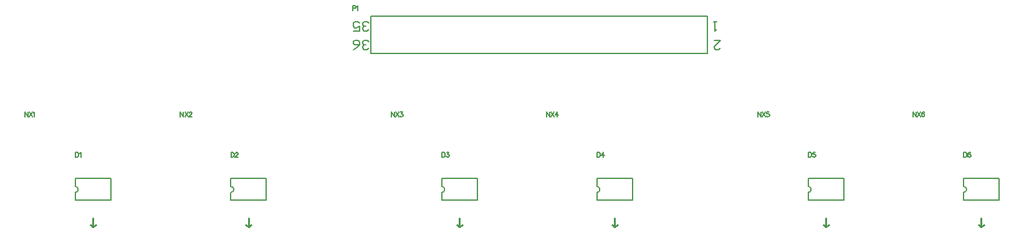
<source format=gto>
G04*
G04 #@! TF.GenerationSoftware,Altium Limited,Altium Designer,18.1.11 (251)*
G04*
G04 Layer_Color=65535*
%FSLAX25Y25*%
%MOIN*%
G70*
G01*
G75*
%ADD10C,0.00787*%
%ADD11C,0.01000*%
%ADD12C,0.00800*%
%ADD13C,0.00500*%
D10*
X161051Y251795D02*
G03*
X161051Y254945I0J1575D01*
G01*
X244243Y251795D02*
G03*
X244243Y254945I0J1575D01*
G01*
X357051Y251795D02*
G03*
X357051Y254945I0J1575D01*
G01*
X440051Y251795D02*
G03*
X440051Y254945I0J1575D01*
G01*
X553051Y251795D02*
G03*
X553051Y254945I0J1575D01*
G01*
X636107Y251795D02*
G03*
X636107Y254945I0J1575D01*
G01*
X161051Y247740D02*
X179949D01*
Y259240D01*
X161051D02*
X179949D01*
X161051Y254945D02*
Y259240D01*
Y248754D02*
Y250781D01*
Y247740D02*
Y248754D01*
Y250781D02*
Y251795D01*
X244243Y247740D02*
X263141D01*
Y259240D01*
X244243D02*
X263141D01*
X244243Y254945D02*
Y259240D01*
Y248754D02*
Y250781D01*
Y247740D02*
Y248754D01*
Y250781D02*
Y251795D01*
X357051Y247740D02*
X375949D01*
Y259240D01*
X357051D02*
X375949D01*
X357051Y254945D02*
Y259240D01*
Y248754D02*
Y250781D01*
Y247740D02*
Y248754D01*
Y250781D02*
Y251795D01*
X440051Y247740D02*
X458949D01*
Y259240D01*
X440051D02*
X458949D01*
X440051Y254945D02*
Y259240D01*
Y248754D02*
Y250781D01*
Y247740D02*
Y248754D01*
Y250781D02*
Y251795D01*
X553051Y247740D02*
X571949D01*
Y259240D01*
X553051D02*
X571949D01*
X553051Y254945D02*
Y259240D01*
Y248754D02*
Y250781D01*
Y247740D02*
Y248754D01*
Y250781D02*
Y251795D01*
X636107Y247740D02*
X655005D01*
Y259240D01*
X636107D02*
X655005D01*
X636107Y254945D02*
Y259240D01*
Y248754D02*
Y250781D01*
Y247740D02*
Y248754D01*
Y250781D02*
Y251795D01*
X319000Y346500D02*
X499000D01*
X319000Y326500D02*
X499000D01*
Y346500D01*
X319000Y326500D02*
Y346500D01*
D11*
X170500Y233500D02*
Y238000D01*
X169000Y234500D02*
X170500Y233500D01*
X169000Y234500D02*
X170500Y233500D01*
X172000Y234500D01*
X253692Y233500D02*
X255192Y234500D01*
X252192D02*
X253692Y233500D01*
X252192Y234500D02*
X253692Y233500D01*
Y238000D01*
X366500Y233500D02*
Y238000D01*
X365000Y234500D02*
X366500Y233500D01*
X365000Y234500D02*
X366500Y233500D01*
X368000Y234500D01*
X449500Y233500D02*
X451000Y234500D01*
X448000D02*
X449500Y233500D01*
X448000Y234500D02*
X449500Y233500D01*
Y238000D01*
X562500Y233500D02*
Y238000D01*
X561000Y234500D02*
X562500Y233500D01*
X561000Y234500D02*
X562500Y233500D01*
X564000Y234500D01*
X645556Y233500D02*
X647056Y234500D01*
X644056D02*
X645556Y233500D01*
X644056Y234500D02*
X645556Y233500D01*
Y238000D01*
D12*
X318000Y329335D02*
X317167Y328502D01*
X315501D01*
X314668Y329335D01*
Y330168D01*
X315501Y331001D01*
X316334D01*
X315501D01*
X314668Y331834D01*
Y332667D01*
X315501Y333500D01*
X317167D01*
X318000Y332667D01*
X309669Y328502D02*
X311335Y329335D01*
X313002Y331001D01*
Y332667D01*
X312169Y333500D01*
X310502D01*
X309669Y332667D01*
Y331834D01*
X310502Y331001D01*
X313002D01*
X318000Y339335D02*
X317167Y338502D01*
X315501D01*
X314668Y339335D01*
Y340168D01*
X315501Y341001D01*
X316334D01*
X315501D01*
X314668Y341834D01*
Y342667D01*
X315501Y343500D01*
X317167D01*
X318000Y342667D01*
X309669Y338502D02*
X313002D01*
Y341001D01*
X311335Y340168D01*
X310502D01*
X309669Y341001D01*
Y342667D01*
X310502Y343500D01*
X312169D01*
X313002Y342667D01*
X504000Y343500D02*
X502334D01*
X503167D01*
Y338502D01*
X504000Y339335D01*
X502668Y333500D02*
X506000D01*
X502668Y330168D01*
Y329335D01*
X503501Y328502D01*
X505167D01*
X506000Y329335D01*
D13*
X309400Y350590D02*
X310471D01*
X310828Y350709D01*
X310947Y350828D01*
X311066Y351066D01*
Y351423D01*
X310947Y351661D01*
X310828Y351780D01*
X310471Y351900D01*
X309400D01*
Y349400D01*
X311626Y351423D02*
X311864Y351542D01*
X312221Y351900D01*
Y349400D01*
X609106Y294950D02*
Y292450D01*
Y294950D02*
X610772Y292450D01*
Y294950D02*
Y292450D01*
X611463Y294950D02*
X613129Y292450D01*
Y294950D02*
X611463Y292450D01*
X615117Y294592D02*
X614998Y294830D01*
X614641Y294950D01*
X614402D01*
X614045Y294830D01*
X613807Y294473D01*
X613688Y293878D01*
Y293283D01*
X613807Y292807D01*
X614045Y292569D01*
X614402Y292450D01*
X614522D01*
X614879Y292569D01*
X615117Y292807D01*
X615236Y293164D01*
Y293283D01*
X615117Y293640D01*
X614879Y293878D01*
X614522Y293997D01*
X614402D01*
X614045Y293878D01*
X613807Y293640D01*
X613688Y293283D01*
X526050Y294950D02*
Y292450D01*
Y294950D02*
X527716Y292450D01*
Y294950D02*
Y292450D01*
X528407Y294950D02*
X530073Y292450D01*
Y294950D02*
X528407Y292450D01*
X532061Y294950D02*
X530870D01*
X530751Y293878D01*
X530870Y293997D01*
X531227Y294116D01*
X531585D01*
X531942Y293997D01*
X532180Y293759D01*
X532299Y293402D01*
Y293164D01*
X532180Y292807D01*
X531942Y292569D01*
X531585Y292450D01*
X531227D01*
X530870Y292569D01*
X530751Y292688D01*
X530632Y292926D01*
X413050Y294950D02*
Y292450D01*
Y294950D02*
X414716Y292450D01*
Y294950D02*
Y292450D01*
X415407Y294950D02*
X417073Y292450D01*
Y294950D02*
X415407Y292450D01*
X418823Y294950D02*
X417632Y293283D01*
X419418D01*
X418823Y294950D02*
Y292450D01*
X330050Y294950D02*
Y292450D01*
Y294950D02*
X331716Y292450D01*
Y294950D02*
Y292450D01*
X332407Y294950D02*
X334073Y292450D01*
Y294950D02*
X332407Y292450D01*
X334870Y294950D02*
X336180D01*
X335466Y293997D01*
X335823D01*
X336061Y293878D01*
X336180Y293759D01*
X336299Y293402D01*
Y293164D01*
X336180Y292807D01*
X335942Y292569D01*
X335584Y292450D01*
X335227D01*
X334870Y292569D01*
X334751Y292688D01*
X334632Y292926D01*
X217242Y294950D02*
Y292450D01*
Y294950D02*
X218908Y292450D01*
Y294950D02*
Y292450D01*
X219599Y294950D02*
X221265Y292450D01*
Y294950D02*
X219599Y292450D01*
X221943Y294354D02*
Y294473D01*
X222062Y294711D01*
X222181Y294830D01*
X222420Y294950D01*
X222896D01*
X223134Y294830D01*
X223253Y294711D01*
X223372Y294473D01*
Y294235D01*
X223253Y293997D01*
X223015Y293640D01*
X221824Y292450D01*
X223491D01*
X134050Y294950D02*
Y292450D01*
Y294950D02*
X135716Y292450D01*
Y294950D02*
Y292450D01*
X136407Y294950D02*
X138073Y292450D01*
Y294950D02*
X136407Y292450D01*
X138632Y294473D02*
X138870Y294592D01*
X139227Y294950D01*
Y292450D01*
X636207Y273290D02*
Y270790D01*
Y273290D02*
X637040D01*
X637397Y273171D01*
X637635Y272933D01*
X637754Y272694D01*
X637873Y272337D01*
Y271742D01*
X637754Y271385D01*
X637635Y271147D01*
X637397Y270909D01*
X637040Y270790D01*
X636207D01*
X639861Y272933D02*
X639742Y273171D01*
X639385Y273290D01*
X639147D01*
X638790Y273171D01*
X638552Y272814D01*
X638433Y272218D01*
Y271623D01*
X638552Y271147D01*
X638790Y270909D01*
X639147Y270790D01*
X639266D01*
X639623Y270909D01*
X639861Y271147D01*
X639980Y271504D01*
Y271623D01*
X639861Y271980D01*
X639623Y272218D01*
X639266Y272337D01*
X639147D01*
X638790Y272218D01*
X638552Y271980D01*
X638433Y271623D01*
X553151Y273290D02*
Y270790D01*
Y273290D02*
X553984D01*
X554341Y273171D01*
X554579Y272933D01*
X554698Y272694D01*
X554817Y272337D01*
Y271742D01*
X554698Y271385D01*
X554579Y271147D01*
X554341Y270909D01*
X553984Y270790D01*
X553151D01*
X556805Y273290D02*
X555615D01*
X555496Y272218D01*
X555615Y272337D01*
X555972Y272457D01*
X556329D01*
X556686Y272337D01*
X556924Y272099D01*
X557043Y271742D01*
Y271504D01*
X556924Y271147D01*
X556686Y270909D01*
X556329Y270790D01*
X555972D01*
X555615Y270909D01*
X555496Y271028D01*
X555376Y271266D01*
X440151Y273290D02*
Y270790D01*
Y273290D02*
X440984D01*
X441341Y273171D01*
X441579Y272933D01*
X441698Y272694D01*
X441817Y272337D01*
Y271742D01*
X441698Y271385D01*
X441579Y271147D01*
X441341Y270909D01*
X440984Y270790D01*
X440151D01*
X443567Y273290D02*
X442377Y271623D01*
X444162D01*
X443567Y273290D02*
Y270790D01*
X357151Y273290D02*
Y270790D01*
Y273290D02*
X357984D01*
X358341Y273171D01*
X358579Y272933D01*
X358698Y272694D01*
X358817Y272337D01*
Y271742D01*
X358698Y271385D01*
X358579Y271147D01*
X358341Y270909D01*
X357984Y270790D01*
X357151D01*
X359614Y273290D02*
X360924D01*
X360210Y272337D01*
X360567D01*
X360805Y272218D01*
X360924Y272099D01*
X361043Y271742D01*
Y271504D01*
X360924Y271147D01*
X360686Y270909D01*
X360329Y270790D01*
X359972D01*
X359614Y270909D01*
X359495Y271028D01*
X359377Y271266D01*
X244343Y273290D02*
Y270790D01*
Y273290D02*
X245176D01*
X245533Y273171D01*
X245771Y272933D01*
X245890Y272694D01*
X246009Y272337D01*
Y271742D01*
X245890Y271385D01*
X245771Y271147D01*
X245533Y270909D01*
X245176Y270790D01*
X244343D01*
X246688Y272694D02*
Y272814D01*
X246807Y273052D01*
X246926Y273171D01*
X247164Y273290D01*
X247640D01*
X247878Y273171D01*
X247997Y273052D01*
X248116Y272814D01*
Y272575D01*
X247997Y272337D01*
X247759Y271980D01*
X246568Y270790D01*
X248235D01*
X161151Y273290D02*
Y270790D01*
Y273290D02*
X161984D01*
X162341Y273171D01*
X162579Y272933D01*
X162698Y272694D01*
X162817Y272337D01*
Y271742D01*
X162698Y271385D01*
X162579Y271147D01*
X162341Y270909D01*
X161984Y270790D01*
X161151D01*
X163376Y272814D02*
X163614Y272933D01*
X163972Y273290D01*
Y270790D01*
M02*

</source>
